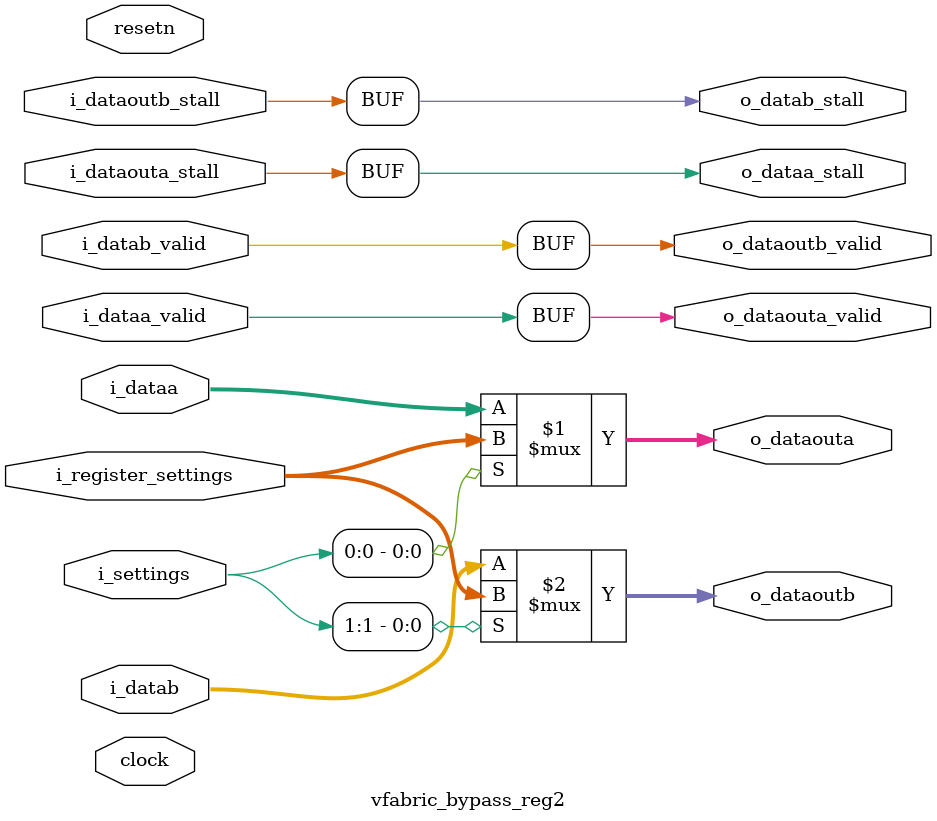
<source format=v>
module vfabric_bypass_reg2(clock, resetn, i_settings,
  i_register_settings,
	i_dataa, i_dataa_valid, o_dataa_stall, 
	i_datab, i_datab_valid, o_datab_stall, 
	o_dataouta, o_dataouta_valid, i_dataouta_stall,
	o_dataoutb, o_dataoutb_valid, i_dataoutb_stall);
parameter DATA_WIDTH = 32;
 input clock;
 input resetn;
 input [1:0] i_settings;
 input [DATA_WIDTH-1:0] i_register_settings;
 input [DATA_WIDTH-1:0] i_dataa, i_datab;
 input i_dataa_valid, i_datab_valid;
 output o_dataa_stall, o_datab_stall;
 output [DATA_WIDTH-1:0] o_dataouta, o_dataoutb;
 output o_dataouta_valid, o_dataoutb_valid;
 input i_dataouta_stall, i_dataoutb_stall;
 assign o_dataouta = i_settings[0] ? i_register_settings : i_dataa;
 assign o_dataoutb = i_settings[1] ? i_register_settings : i_datab;
 assign o_dataouta_valid = i_dataa_valid;
 assign o_dataoutb_valid = i_datab_valid;
 assign o_dataa_stall = i_dataouta_stall;
 assign o_datab_stall = i_dataoutb_stall;
endmodule
</source>
